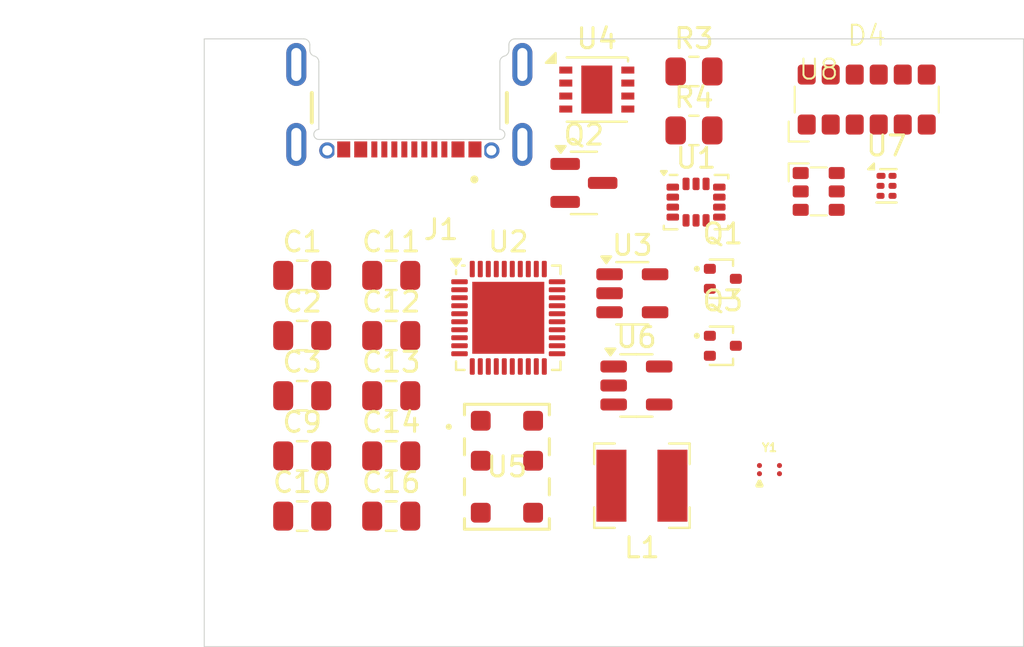
<source format=kicad_pcb>
(kicad_pcb (version 20241229) (generator "pcbnew") (generator_version "9.0")
  (layers (0 "F.Cu" signal) (2 "B.Cu" signal) (13 "F.Paste" user) (15 "B.Paste" user) (5 "F.SilkS" user "F.Silkscreen") (7 "B.SilkS" user "B.Silkscreen") (1 "F.Mask" user) (3 "B.Mask" user) (25 "Edge.Cuts" user))
  (net 0 "")
  (net 1 "GND")
  (net 2 "Net-(C1-Pad1)")
  (net 3 "Net-(D2-K)")
  (net 4 "Net-(D1-A)")
  (net 5 "/VGH")
  (net 6 "Net-(C9-Pad1)")
  (net 7 "Net-(C10-Pad2)")
  (net 8 "/VGL")
  (net 9 "Net-(C12-Pad2)")
  (net 10 "Net-(C13-Pad2)")
  (net 12 "Net-(C16-Pad1)")
  (net 14 "Net-(J1-VBUS-PadA4)")
  (net 20 "Net-(J1-GND-PadA1)")
  (net 27 "/GDR")
  (net 28 "/RESE")
  (net 42 "Net-(U1-GND-Pad6)")
  (net 55 "Net-(U2-VDD-Pad18)")
  (net 59 "Net-(U2-VSS-Pad37)")
  (net 102 "Net-(U6-GND-Pad2)")
  (net 129 "Net-(Y1-GND-Pad1)")
  (footprint "Package_SON:Texas_USON-6_1x1.45mm_P0.5mm_SMD" (layer "F.Cu") (at 71.95 36.9)
    (property "Reference" "U7" (at 0 -2 0) (layer "F.SilkS"))
    (property "Value" "TXU0101")
    (fp_line (start -0.5 0.835) (end 0.5 0.835) (stroke (width 0.12)) (layer "F.SilkS"))
    (fp_line (start -0.31 -0.835) (end 0.5 -0.835) (stroke (width 0.12)) (layer "F.SilkS"))
    (fp_poly (pts (xy -0.63 -0.83) (xy -0.91 -0.83) (xy -0.63 -1.11) (xy -0.63 -0.83)) (stroke (width 0.12)) (fill yes) (layer "F.SilkS"))
    (pad "1" smd roundrect (at -0.275 -0.5) (size 0.45 0.3) (layers "F.Cu" "F.Mask" "F.Paste") (roundrect_rratio 0.3333333333))
    (pad "2" smd roundrect (at -0.3 0) (size 0.4 0.3) (layers "F.Cu" "F.Mask" "F.Paste") (roundrect_rratio 0.3333333333))
    (pad "3" smd roundrect (at -0.3 0.5) (size 0.4 0.3) (layers "F.Cu" "F.Mask" "F.Paste") (roundrect_rratio 0.3333333333))
    (pad "4" smd roundrect (at 0.3 0.5) (size 0.4 0.3) (layers "F.Cu" "F.Mask" "F.Paste") (roundrect_rratio 0.3333333333))
    (pad "5" smd roundrect (at 0.3 0) (size 0.4 0.3) (layers "F.Cu" "F.Mask" "F.Paste") (roundrect_rratio 0.3333333333))
    (pad "6" smd roundrect (at 0.3 -0.5) (size 0.4 0.3) (layers "F.Cu" "F.Mask" "F.Paste") (roundrect_rratio 0.3333333333))
  )
  (footprint "Capacitor_SMD:C_0805_2012Metric" (layer "F.Cu") (at 42.745 53.42)
    (property "Reference" "C10" (at 0 -1.68 0) (layer "F.SilkS"))
    (property "Value" "1u")
    (fp_line (start -0.261252 -0.735) (end 0.261252 -0.735) (stroke (width 0.12)) (layer "F.SilkS"))
    (fp_line (start -0.261252 0.735) (end 0.261252 0.735) (stroke (width 0.12)) (layer "F.SilkS"))
    (pad "1" smd roundrect (at -0.95 0) (size 1 1.45) (layers "F.Cu" "F.Mask" "F.Paste") (net 1 "GND"))
    (pad "2" smd roundrect (at 0.95 0) (size 1 1.45) (layers "F.Cu" "F.Mask" "F.Paste") (net 7 "Net-(C10-Pad2)"))
  )
  (footprint "Capacitor_SMD:C_0805_2012Metric" (layer "F.Cu") (at 42.745 47.4)
    (property "Reference" "C3" (at 0 -1.68 0) (layer "F.SilkS"))
    (property "Value" "1u")
    (fp_line (start -0.261252 -0.735) (end 0.261252 -0.735) (stroke (width 0.12)) (layer "F.SilkS"))
    (fp_line (start -0.261252 0.735) (end 0.261252 0.735) (stroke (width 0.12)) (layer "F.SilkS"))
    (pad "1" smd roundrect (at -0.95 0) (size 1 1.45) (layers "F.Cu" "F.Mask" "F.Paste") (net 5 "/VGH"))
    (pad "2" smd roundrect (at 0.95 0) (size 1 1.45) (layers "F.Cu" "F.Mask" "F.Paste") (net 1 "GND"))
  )
  (footprint "Capacitor_SMD:C_0805_2012Metric" (layer "F.Cu") (at 47.195 50.41)
    (property "Reference" "C14" (at 0 -1.68 0) (layer "F.SilkS"))
    (property "Value" "1u")
    (fp_line (start -0.261252 -0.735) (end 0.261252 -0.735) (stroke (width 0.12)) (layer "F.SilkS"))
    (fp_line (start -0.261252 0.735) (end 0.261252 0.735) (stroke (width 0.12)) (layer "F.SilkS"))
    (pad "1" smd roundrect (at -0.95 0) (size 1 1.45) (layers "F.Cu" "F.Mask" "F.Paste") (net 1 "GND"))
    (pad "2" smd roundrect (at 0.95 0) (size 1 1.45) (layers "F.Cu" "F.Mask" "F.Paste"))
  )
  (footprint "Capacitor_SMD:C_0805_2012Metric" (layer "F.Cu") (at 47.195 53.42)
    (property "Reference" "C16" (at 0 -1.68 0) (layer "F.SilkS"))
    (property "Value" "1u")
    (fp_line (start -0.261252 -0.735) (end 0.261252 -0.735) (stroke (width 0.12)) (layer "F.SilkS"))
    (fp_line (start -0.261252 0.735) (end 0.261252 0.735) (stroke (width 0.12)) (layer "F.SilkS"))
    (pad "1" smd roundrect (at -0.95 0) (size 1 1.45) (layers "F.Cu" "F.Mask" "F.Paste") (net 12 "Net-(C16-Pad1)"))
    (pad "2" smd roundrect (at 0.95 0) (size 1 1.45) (layers "F.Cu" "F.Mask" "F.Paste") (net 1 "GND"))
  )
  (footprint "Package_LGA:LGA-14_3x2.5mm_P0.5mm_LayoutBorder3x4y" (layer "F.Cu") (at 62.43 37.715)
    (property "Reference" "U1" (at 0 -2.2 0) (layer "F.SilkS"))
    (property "Value" "LSM6DSM")
    (fp_line (start -1.61 1.36) (end -1.61 1.185) (stroke (width 0.12)) (layer "F.SilkS"))
    (fp_line (start -0.935 -1.36) (end -1.31 -1.36) (stroke (width 0.12)) (layer "F.SilkS"))
    (fp_line (start -0.935 1.36) (end -1.61 1.36) (stroke (width 0.12)) (layer "F.SilkS"))
    (fp_line (start 0.935 -1.36) (end 1.61 -1.36) (stroke (width 0.12)) (layer "F.SilkS"))
    (fp_line (start 0.935 1.36) (end 1.61 1.36) (stroke (width 0.12)) (layer "F.SilkS"))
    (fp_line (start 1.61 -1.36) (end 1.61 -1.185) (stroke (width 0.12)) (layer "F.SilkS"))
    (fp_line (start 1.61 1.36) (end 1.61 1.185) (stroke (width 0.12)) (layer "F.SilkS"))
    (fp_poly (pts (xy -1.61 -1.36) (xy -1.75 -1.55) (xy -1.47 -1.55)) (stroke (width 0.12)) (fill yes) (layer "F.SilkS"))
    (pad "1" smd roundrect (at -1.1625 -0.75) (size 0.625 0.35) (layers "F.Cu" "F.Mask" "F.Paste"))
    (pad "2" smd roundrect (at -1.1625 -0.25) (size 0.625 0.35) (layers "F.Cu" "F.Mask" "F.Paste"))
    (pad "3" smd roundrect (at -1.1625 0.25) (size 0.625 0.35) (layers "F.Cu" "F.Mask" "F.Paste"))
    (pad "4" smd roundrect (at -1.1625 0.75) (size 0.625 0.35) (layers "F.Cu" "F.Mask" "F.Paste"))
    (pad "5" smd roundrect (at -0.5 0.9125) (size 0.35 0.625) (layers "F.Cu" "F.Mask" "F.Paste"))
    (pad "6" smd roundrect (at 0 0.9125) (size 0.35 0.625) (layers "F.Cu" "F.Mask" "F.Paste") (net 42 "Net-(U1-GND-Pad6)"))
    (pad "7" smd roundrect (at 0.5 0.9125) (size 0.35 0.625) (layers "F.Cu" "F.Mask" "F.Paste") (net 42 "Net-(U1-GND-Pad6)"))
    (pad "8" smd roundrect (at 1.1625 0.75) (size 0.625 0.35) (layers "F.Cu" "F.Mask" "F.Paste"))
    (pad "9" smd roundrect (at 1.1625 0.25) (size 0.625 0.35) (layers "F.Cu" "F.Mask" "F.Paste"))
    (pad "10" smd roundrect (at 1.1625 -0.25) (size 0.625 0.35) (layers "F.Cu" "F.Mask" "F.Paste"))
    (pad "11" smd roundrect (at 1.1625 -0.75) (size 0.625 0.35) (layers "F.Cu" "F.Mask" "F.Paste"))
    (pad "12" smd roundrect (at 0.5 -0.9125) (size 0.35 0.625) (layers "F.Cu" "F.Mask" "F.Paste"))
    (pad "13" smd roundrect (at 0 -0.9125) (size 0.35 0.625) (layers "F.Cu" "F.Mask" "F.Paste"))
    (pad "14" smd roundrect (at -0.5 -0.9125) (size 0.35 0.625) (layers "F.Cu" "F.Mask" "F.Paste"))
  )
  (footprint "Package_TO_SOT_SMD:SOT-23" (layer "F.Cu") (at 56.825 36.755)
    (property "Reference" "Q2" (at 0 -2.4 0) (layer "F.SilkS"))
    (property "Value" "SI2302CDS")
    (fp_line (start 0 -1.56) (end -0.65 -1.56) (stroke (width 0.12)) (layer "F.SilkS"))
    (fp_line (start 0 -1.56) (end 0.65 -1.56) (stroke (width 0.12)) (layer "F.SilkS"))
    (fp_line (start 0 1.56) (end -0.65 1.56) (stroke (width 0.12)) (layer "F.SilkS"))
    (fp_line (start 0 1.56) (end 0.65 1.56) (stroke (width 0.12)) (layer "F.SilkS"))
    (fp_poly (pts (xy -1.1625 -1.51) (xy -1.4025 -1.84) (xy -0.9225 -1.84)) (stroke (width 0.12)) (fill yes) (layer "F.SilkS"))
    (pad "1" smd roundrect (at -0.9375 -0.95) (size 1.475 0.6) (layers "F.Cu" "F.Mask" "F.Paste") (net 27 "/GDR"))
    (pad "2" smd roundrect (at -0.9375 0.95) (size 1.475 0.6) (layers "F.Cu" "F.Mask" "F.Paste") (net 28 "/RESE"))
    (pad "3" smd roundrect (at 0.9375 0) (size 1.475 0.6) (layers "F.Cu" "F.Mask" "F.Paste") (net 4 "Net-(D1-A)"))
  )
  (footprint "Capacitor_SMD:C_0805_2012Metric" (layer "F.Cu") (at 47.195 41.38)
    (property "Reference" "C11" (at 0 -1.68 0) (layer "F.SilkS"))
    (property "Value" "1u")
    (fp_line (start -0.261252 -0.735) (end 0.261252 -0.735) (stroke (width 0.12)) (layer "F.SilkS"))
    (fp_line (start -0.261252 0.735) (end 0.261252 0.735) (stroke (width 0.12)) (layer "F.SilkS"))
    (pad "1" smd roundrect (at -0.95 0) (size 1 1.45) (layers "F.Cu" "F.Mask" "F.Paste") (net 8 "/VGL"))
    (pad "2" smd roundrect (at 0.95 0) (size 1 1.45) (layers "F.Cu" "F.Mask" "F.Paste") (net 1 "GND"))
  )
  (footprint "Capacitor_SMD:C_0805_2012Metric" (layer "F.Cu") (at 42.745 50.41)
    (property "Reference" "C9" (at 0 -1.68 0) (layer "F.SilkS"))
    (property "Value" "1u")
    (fp_line (start -0.261252 -0.735) (end 0.261252 -0.735) (stroke (width 0.12)) (layer "F.SilkS"))
    (fp_line (start -0.261252 0.735) (end 0.261252 0.735) (stroke (width 0.12)) (layer "F.SilkS"))
    (pad "1" smd roundrect (at -0.95 0) (size 1 1.45) (layers "F.Cu" "F.Mask" "F.Paste") (net 6 "Net-(C9-Pad1)"))
    (pad "2" smd roundrect (at 0.95 0) (size 1 1.45) (layers "F.Cu" "F.Mask" "F.Paste") (net 1 "GND"))
  )
  (footprint "Library:NJL5821R" (layer "F.Cu") (at 68.56 37.18)
    (property "Reference" "U8" (at 0 -6.1 0) (layer "F.SilkS") (effects (font (thickness 0.1))))
    (property "Value" "NJL5821R")
    (fp_line (start -1.5 -1.4) (end -1.5 -0.5) (stroke (width 0.1)) (layer "F.SilkS"))
    (fp_line (start -0.5 -1.4) (end -1.5 -1.4) (stroke (width 0.1)) (layer "F.SilkS"))
    (fp_line (start -0.4 -1.2) (end 0.4 -1.2) (stroke (width 0.1)) (layer "F.SilkS"))
    (fp_line (start -0.4 1.2) (end 0.4 1.2) (stroke (width 0.1)) (layer "F.SilkS"))
    (pad "1" smd roundrect (at -0.9 -0.92) (size 0.8 0.6) (layers "F.Cu" "F.Mask" "F.Paste") (roundrect_rratio 0.2))
    (pad "2" smd roundrect (at -0.9 0) (size 0.8 0.6) (layers "F.Cu" "F.Mask" "F.Paste") (roundrect_rratio 0.2))
    (pad "3" smd roundrect (at -0.9 0.92) (size 0.8 0.6) (layers "F.Cu" "F.Mask" "F.Paste") (roundrect_rratio 0.2))
    (pad "4" smd roundrect (at 0.9 0.92) (size 0.8 0.6) (layers "F.Cu" "F.Mask" "F.Paste") (roundrect_rratio 0.2))
    (pad "5" smd roundrect (at 0.9 0) (size 0.8 0.6) (layers "F.Cu" "F.Mask" "F.Paste") (roundrect_rratio 0.2))
    (pad "6" smd roundrect (at 0.9 -0.92) (size 0.8 0.6) (layers "F.Cu" "F.Mask" "F.Paste") (roundrect_rratio 0.2))
  )
  (footprint "Package_TO_SOT_SMD:SOT-23-5" (layer "F.Cu") (at 59.45 46.8875)
    (property "Reference" "U6" (at 0 -2.4 0) (layer "F.SilkS"))
    (property "Value" "TPS78227DDC")
    (fp_line (start 0 -1.56) (end -0.8 -1.56) (stroke (width 0.12)) (layer "F.SilkS"))
    (fp_line (start 0 -1.56) (end 0.8 -1.56) (stroke (width 0.12)) (layer "F.SilkS"))
    (fp_line (start 0 1.56) (end -0.8 1.56) (stroke (width 0.12)) (layer "F.SilkS"))
    (fp_line (start 0 1.56) (end 0.8 1.56) (stroke (width 0.12)) (layer "F.SilkS"))
    (fp_poly (pts (xy -1.3 -1.51) (xy -1.54 -1.84) (xy -1.06 -1.84)) (stroke (width 0.12)) (fill yes) (layer "F.SilkS"))
    (pad "1" smd roundrect (at -1.1375 -0.95) (size 1.325 0.6) (layers "F.Cu" "F.Mask" "F.Paste"))
    (pad "2" smd roundrect (at -1.1375 0) (size 1.325 0.6) (layers "F.Cu" "F.Mask" "F.Paste") (net 102 "Net-(U6-GND-Pad2)"))
    (pad "3" smd roundrect (at -1.1375 0.95) (size 1.325 0.6) (layers "F.Cu" "F.Mask" "F.Paste"))
    (pad "4" smd roundrect (at 1.1375 0.95) (size 1.325 0.6) (layers "F.Cu" "F.Mask" "F.Paste") (net 102 "Net-(U6-GND-Pad2)"))
    (pad "5" smd roundrect (at 1.1375 -0.95) (size 1.325 0.6) (layers "F.Cu" "F.Mask" "F.Paste"))
  )
  (footprint "Package_DFN_QFN:QFN-40-1EP_5x5mm_P0.4mm_EP3.6x3.6mm" (layer "F.Cu") (at 53.045 43.5)
    (property "Reference" "U2" (at 0 -3.8 0) (layer "F.SilkS"))
    (property "Value" "nRF52833_QDxx")
    (fp_line (start -2.61 -2.185) (end -2.61 -2.37) (stroke (width 0.12)) (layer "F.SilkS"))
    (fp_line (start -2.61 2.61) (end -2.61 2.185) (stroke (width 0.12)) (layer "F.SilkS"))
    (fp_line (start -2.185 -2.61) (end -2.31 -2.61) (stroke (width 0.12)) (layer "F.SilkS"))
    (fp_line (start -2.185 2.61) (end -2.61 2.61) (stroke (width 0.12)) (layer "F.SilkS"))
    (fp_line (start 2.185 -2.61) (end 2.61 -2.61) (stroke (width 0.12)) (layer "F.SilkS"))
    (fp_line (start 2.185 2.61) (end 2.61 2.61) (stroke (width 0.12)) (layer "F.SilkS"))
    (fp_line (start 2.61 -2.61) (end 2.61 -2.185) (stroke (width 0.12)) (layer "F.SilkS"))
    (fp_line (start 2.61 2.61) (end 2.61 2.185) (stroke (width 0.12)) (layer "F.SilkS"))
    (fp_poly (pts (xy -2.61 -2.61) (xy -2.85 -2.94) (xy -2.37 -2.94)) (stroke (width 0.12)) (fill yes) (layer "F.SilkS"))
    (pad "1" smd roundrect (at -2.4375 -1.8) (size 0.825 0.25) (layers "F.Cu" "F.Mask" "F.Paste"))
    (pad "2" smd roundrect (at -2.4375 -1.4) (size 0.825 0.25) (layers "F.Cu" "F.Mask" "F.Paste"))
    (pad "3" smd roundrect (at -2.4375 -1) (size 0.825 0.25) (layers "F.Cu" "F.Mask" "F.Paste"))
    (pad "4" smd roundrect (at -2.4375 -0.6) (size 0.825 0.25) (layers "F.Cu" "F.Mask" "F.Paste"))
    (pad "5" smd roundrect (at -2.4375 -0.2) (size 0.825 0.25) (layers "F.Cu" "F.Mask" "F.Paste"))
    (pad "6" smd roundrect (at -2.4375 0.2) (size 0.825 0.25) (layers "F.Cu" "F.Mask" "F.Paste"))
    (pad "7" smd roundrect (at -2.4375 0.6) (size 0.825 0.25) (layers "F.Cu" "F.Mask" "F.Paste"))
    (pad "8" smd roundrect (at -2.4375 1) (size 0.825 0.25) (layers "F.Cu" "F.Mask" "F.Paste") (net 55 "Net-(U2-VDD-Pad18)"))
    (pad "9" smd roundrect (at -2.4375 1.4) (size 0.825 0.25) (layers "F.Cu" "F.Mask" "F.Paste"))
    (pad "10" smd roundrect (at -2.4375 1.8) (size 0.825 0.25) (layers "F.Cu" "F.Mask" "F.Paste"))
    (pad "11" smd roundrect (at -1.8 2.4375) (size 0.25 0.825) (layers "F.Cu" "F.Mask" "F.Paste"))
    (pad "12" smd roundrect (at -1.4 2.4375) (size 0.25 0.825) (layers "F.Cu" "F.Mask" "F.Paste"))
    (pad "13" smd roundrect (at -1 2.4375) (size 0.25 0.825) (layers "F.Cu" "F.Mask" "F.Paste"))
    (pad "14" smd roundrect (at -0.6 2.4375) (size 0.25 0.825) (layers "F.Cu" "F.Mask" "F.Paste"))
    (pad "15" smd roundrect (at -0.2 2.4375) (size 0.25 0.825) (layers "F.Cu" "F.Mask" "F.Paste"))
    (pad "16" smd roundrect (at 0.2 2.4375) (size 0.25 0.825) (layers "F.Cu" "F.Mask" "F.Paste"))
    (pad "17" smd roundrect (at 0.6 2.4375) (size 0.25 0.825) (layers "F.Cu" "F.Mask" "F.Paste"))
    (pad "18" smd roundrect (at 1 2.4375) (size 0.25 0.825) (layers "F.Cu" "F.Mask" "F.Paste") (net 55 "Net-(U2-VDD-Pad18)"))
    (pad "19" smd roundrect (at 1.4 2.4375) (size 0.25 0.825) (layers "F.Cu" "F.Mask" "F.Paste"))
    (pad "20" smd roundrect (at 1.8 2.4375) (size 0.25 0.825) (layers "F.Cu" "F.Mask" "F.Paste"))
    (pad "21" smd roundrect (at 2.4375 1.8) (size 0.825 0.25) (layers "F.Cu" "F.Mask" "F.Paste"))
    (pad "22" smd roundrect (at 2.4375 1.4) (size 0.825 0.25) (layers "F.Cu" "F.Mask" "F.Paste"))
    (pad "23" smd roundrect (at 2.4375 1) (size 0.825 0.25) (layers "F.Cu" "F.Mask" "F.Paste"))
    (pad "24" smd roundrect (at 2.4375 0.6) (size 0.825 0.25) (layers "F.Cu" "F.Mask" "F.Paste"))
    (pad "25" smd roundrect (at 2.4375 0.2) (size 0.825 0.25) (layers "F.Cu" "F.Mask" "F.Paste"))
    (pad "26" smd roundrect (at 2.4375 -0.2) (size 0.825 0.25) (layers "F.Cu" "F.Mask" "F.Paste"))
    (pad "27" smd roundrect (at 2.4375 -0.6) (size 0.825 0.25) (layers "F.Cu" "F.Mask" "F.Paste"))
    (pad "28" smd roundrect (at 2.4375 -1) (size 0.825 0.25) (layers "F.Cu" "F.Mask" "F.Paste"))
    (pad "29" smd roundrect (at 2.4375 -1.4) (size 0.825 0.25) (layers "F.Cu" "F.Mask" "F.Paste"))
    (pad "30" smd roundrect (at 2.4375 -1.8) (size 0.825 0.25) (layers "F.Cu" "F.Mask" "F.Paste") (net 55 "Net-(U2-VDD-Pad18)"))
    (pad "31" smd roundrect (at 1.8 -2.4375) (size 0.25 0.825) (layers "F.Cu" "F.Mask" "F.Paste"))
    (pad "32" smd roundrect (at 1.4 -2.4375) (size 0.25 0.825) (layers "F.Cu" "F.Mask" "F.Paste"))
    (pad "33" smd roundrect (at 1 -2.4375) (size 0.25 0.825) (layers "F.Cu" "F.Mask" "F.Paste"))
    (pad "34" smd roundrect (at 0.6 -2.4375) (size 0.25 0.825) (layers "F.Cu" "F.Mask" "F.Paste"))
    (pad "35" smd roundrect (at 0.2 -2.4375) (size 0.25 0.825) (layers "F.Cu" "F.Mask" "F.Paste"))
    (pad "36" smd roundrect (at -0.2 -2.4375) (size 0.25 0.825) (layers "F.Cu" "F.Mask" "F.Paste"))
    (pad "37" smd roundrect (at -0.6 -2.4375) (size 0.25 0.825) (layers "F.Cu" "F.Mask" "F.Paste") (net 59 "Net-(U2-VSS-Pad37)"))
    (pad "38" smd roundrect (at -1 -2.4375) (size 0.25 0.825) (layers "F.Cu" "F.Mask" "F.Paste"))
    (pad "39" smd roundrect (at -1.4 -2.4375) (size 0.25 0.825) (layers "F.Cu" "F.Mask" "F.Paste"))
    (pad "40" smd roundrect (at -1.8 -2.4375) (size 0.25 0.825) (layers "F.Cu" "F.Mask" "F.Paste") (net 55 "Net-(U2-VDD-Pad18)"))
    (pad "41" smd rect (at 0 0) (size 3.6 3.6) (property pad_prop_heatsink) (layers "F.Cu" "F.Mask") (net 59 "Net-(U2-VSS-Pad37)"))
  )
  (footprint "Inductor_SMD:L_Bourns-SRN4018" (layer "F.Cu") (at 59.725 51.9)
    (property "Reference" "L1" (at 0 3.1 0) (layer "F.SilkS"))
    (property "Value" "47uH")
    (fp_line (start -2.385 -2.11) (end -2.385 -1.085) (stroke (width 0.12)) (layer "F.SilkS"))
    (fp_line (start -2.385 -2.11) (end -1.36 -2.11) (stroke (width 0.12)) (layer "F.SilkS"))
    (fp_line (start -2.385 2.11) (end -2.385 1.085) (stroke (width 0.12)) (layer "F.SilkS"))
    (fp_line (start -2.385 2.11) (end -1.36 2.11) (stroke (width 0.12)) (layer "F.SilkS"))
    (fp_line (start 2.385 -2.11) (end 1.36 -2.11) (stroke (width 0.12)) (layer "F.SilkS"))
    (fp_line (start 2.385 -2.11) (end 2.385 -1.085) (stroke (width 0.12)) (layer "F.SilkS"))
    (fp_line (start 2.385 2.11) (end 1.36 2.11) (stroke (width 0.12)) (layer "F.SilkS"))
    (fp_line (start 2.385 2.11) (end 2.385 1.085) (stroke (width 0.12)) (layer "F.SilkS"))
    (pad "1" smd rect (at -1.525 0) (size 1.5 3.6) (layers "F.Cu" "F.Mask" "F.Paste") (net 2 "Net-(C1-Pad1)"))
    (pad "2" smd rect (at 1.525 0) (size 1.5 3.6) (layers "F.Cu" "F.Mask" "F.Paste") (net 4 "Net-(D1-A)"))
  )
  (footprint "Library:GCT_USB4720-03-A_REVA" (layer "F.Cu") (at 48.1 29.55 180)
    (property "Reference" "J1" (at -1.5875 -9.535 0) (layer "F.SilkS"))
    (property "Value" "USB_C_Receptacle_USB2.0_16P")
    (fp_line (start 4.875 -2.705) (end 4.875 -4.18) (stroke (width 0.2)) (layer "F.SilkS"))
    (fp_line (start -4.875 -2.705) (end -4.875 -4.18) (stroke (width 0.2)) (layer "F.SilkS"))
    (fp_circle (center -3.25 -7.03) (end -3.15 -7.03) (stroke (width 0.2)) (fill no) (layer "F.SilkS"))
    (fp_line (start 4.975 -0.3) (end 4.975 -0.569) (stroke (width 0.05)) (layer "Edge.Cuts"))
    (fp_line (start 4.525 -1.15) (end 4.525 -4.53) (stroke (width 0.05)) (layer "Edge.Cuts"))
    (fp_line (start 4.525 -5.03) (end -4.525 -5.03) (stroke (width 0.05)) (layer "Edge.Cuts"))
    (fp_line (start -4.525 -4.53) (end -4.525 -1.15) (stroke (width 0.05)) (layer "Edge.Cuts"))
    (fp_line (start -4.975 -0.569) (end -4.975 -0.3) (stroke (width 0.05)) (layer "Edge.Cuts"))
    (fp_arc (start 5.275 0) (mid 5.062868 -0.087868) (end 4.975 -0.3) (stroke (width 0.05)) (layer "Edge.Cuts"))
    (fp_arc (start 4.75 -0.86) (mid 4.912261 -0.752975) (end 4.974999 -0.569) (stroke (width 0.05)) (layer "Edge.Cuts"))
    (fp_arc (start 4.75 -0.86) (mid 4.58791 -0.966525) (end 4.525 -1.15) (stroke (width 0.05)) (layer "Edge.Cuts"))
    (fp_arc (start 4.525 -5.03) (mid 4.775 -4.78) (end 4.525 -4.53) (stroke (width 0.05)) (layer "Edge.Cuts"))
    (fp_arc (start -4.525 -1.15) (mid -4.587911 -0.966526) (end -4.75 -0.86) (stroke (width 0.05)) (layer "Edge.Cuts"))
    (fp_arc (start -4.525 -4.53) (mid -4.775 -4.78) (end -4.525 -5.03) (stroke (width 0.05)) (layer "Edge.Cuts"))
    (fp_arc (start -4.975 -0.3) (mid -5.062868 -0.087868) (end -5.275 0) (stroke (width 0.05)) (layer "Edge.Cuts"))
    (fp_arc (start -4.975 -0.569) (mid -4.912261 -0.752976) (end -4.749999 -0.86) (stroke (width 0.05)) (layer "Edge.Cuts"))
    (pad "A1" smd rect (at -3.28 -5.53 180) (size 0.65 0.8) (layers "F.Cu" "F.Paste") (net 20 "Net-(J1-GND-PadA1)"))
    (pad "A1" smd rect (at 3.28 -5.53 180) (size 0.65 0.8) (layers "F.Cu" "F.Paste") (net 20 "Net-(J1-GND-PadA1)"))
    (pad "A4" smd rect (at -2.43 -5.53 180) (size 0.65 0.8) (layers "F.Cu" "F.Paste") (net 14 "Net-(J1-VBUS-PadA4)"))
    (pad "A4" smd rect (at 2.43 -5.53 180) (size 0.65 0.8) (layers "F.Cu" "F.Paste") (net 14 "Net-(J1-VBUS-PadA4)"))
    (pad "A5" smd rect (at -1.25 -5.53 180) (size 0.3 0.8) (layers "F.Cu" "F.Paste"))
    (pad "A6" smd rect (at -0.25 -5.53 180) (size 0.3 0.8) (layers "F.Cu" "F.Paste"))
    (pad "A7" smd rect (at 0.25 -5.53 180) (size 0.3 0.8) (layers "F.Cu" "F.Paste"))
    (pad "A8" smd rect (at 1.25 -5.53 180) (size 0.3 0.8) (layers "F.Cu" "F.Paste"))
    (pad "B5" smd rect (at 1.75 -5.53 180) (size 0.3 0.8) (layers "F.Cu" "F.Paste"))
    (pad "B6" smd rect (at 0.75 -5.53 180) (size 0.3 0.8) (layers "F.Cu" "F.Paste"))
    (pad "B7" smd rect (at -0.75 -5.53 180) (size 0.3 0.8) (layers "F.Cu" "F.Paste"))
    (pad "B8" smd rect (at -1.75 -5.53 180) (size 0.3 0.8) (layers "F.Cu" "F.Paste"))
    (pad "S1" thru_hole oval (at -5.65 -5.28 180) (size 1 2.15) (drill oval 0.5 1.65) (layers "*.Cu" "*.Mask"))
    (pad "S1" thru_hole oval (at -5.65 -1.28 180) (size 1 2.15) (drill oval 0.5 1.65) (layers "*.Cu" "*.Mask"))
    (pad "S1" thru_hole custom (at -4.1 -5.58 180) (size 0.69 0.69) (drill 0.5) (layers "*.Cu") (options (clearance outline) (anchor circle)) (primitives (gr_poly (pts (xy 0.345 0.20242) (xy 0.345 -0.202) (xy 0.306 -0.257) (xy 0.257 -0.306) (xy 0.2 -0.346) (xy 0.137 -0.376) (xy 0.069 -0.394) (xy 0 -0.4) (xy -0.069 -0.394) (xy -0.137 -0.376) (xy -0.2 -0.346) (xy -0.257 -0.306) (xy -0.306 -0.257) (xy -0.346 -0.2) (xy -0.376 -0.137) (xy -0.394 -0.069) (xy -0.4 0) (xy -0.394 0.069) (xy -0.376 0.137) (xy -0.346 0.2) (xy -0.306 0.257) (xy -0.257 0.306) (xy -0.2 0.346) (xy -0.137 0.376) (xy -0.069 0.394) (xy 0 0.4) (xy 0.069 0.394) (xy 0.137 0.376) (xy 0.2 0.346) (xy 0.257 0.306) (xy 0.306 0.257) (xy 0.345 0.202) (xy 0.345 0.20242)) (width 0.01) (fill yes))))
    (pad "S1" thru_hole custom (at 4.1 -5.58 180) (size 0.69 0.69) (drill 0.5) (layers "*.Cu") (options (clearance outline) (anchor circle)) (primitives (gr_poly (pts (xy -0.345 0.20242) (xy -0.345 -0.202) (xy -0.306 -0.257) (xy -0.257 -0.306) (xy -0.2 -0.346) (xy -0.137 -0.376) (xy -0.069 -0.394) (xy 0 -0.4) (xy 0.069 -0.394) (xy 0.137 -0.376) (xy 0.2 -0.346) (xy 0.257 -0.306) (xy 0.306 -0.257) (xy 0.346 -0.2) (xy 0.376 -0.137) (xy 0.394 -0.069) (xy 0.4 0) (xy 0.394 0.069) (xy 0.376 0.137) (xy 0.346 0.2) (xy 0.306 0.257) (xy 0.257 0.306) (xy 0.2 0.346) (xy 0.137 0.376) (xy 0.069 0.394) (xy 0 0.4) (xy -0.069 0.394) (xy -0.137 0.376) (xy -0.2 0.346) (xy -0.257 0.306) (xy -0.306 0.257) (xy -0.345 0.202) (xy -0.345 0.20242)) (width 0.01) (fill yes))))
    (pad "S1" thru_hole oval (at 5.65 -5.28 180) (size 1 2.15) (drill oval 0.5 1.65) (layers "*.Cu" "*.Mask"))
    (pad "S1" thru_hole oval (at 5.65 -1.28 180) (size 1 2.15) (drill oval 0.5 1.65) (layers "*.Cu" "*.Mask"))
  )
  (footprint "Package_TO_SOT_SMD:SOT-416" (layer "F.Cu") (at 63.77 41.55)
    (property "Reference" "Q1" (at 0 -2.25 0) (layer "F.SilkS"))
    (property "Value" "RE1C002UN")
    (fp_line (start 0.51 -0.96) (end -0.65 -0.96) (stroke (width 0.12)) (layer "F.SilkS"))
    (fp_line (start 0.51 -0.96) (end 0.51 -0.65) (stroke (width 0.12)) (layer "F.SilkS"))
    (fp_line (start 0.51 0.96) (end -0.65 0.96) (stroke (width 0.12)) (layer "F.SilkS"))
    (fp_line (start 0.51 0.96) (end 0.51 0.65) (stroke (width 0.12)) (layer "F.SilkS"))
    (fp_circle (center -1.3 -0.5) (end -1.15 -0.5) (fill yes) (layer "F.SilkS"))
    (pad "1" smd roundrect (at -0.65 -0.5) (size 0.6 0.5) (layers "F.Cu" "F.Mask" "F.Paste"))
    (pad "2" smd roundrect (at -0.65 0.5) (size 0.6 0.5) (layers "F.Cu" "F.Mask" "F.Paste"))
    (pad "3" smd roundrect (at 0.65 0) (size 0.6 0.5) (layers "F.Cu" "F.Mask" "F.Paste"))
  )
  (footprint "Capacitor_SMD:C_0805_2012Metric" (layer "F.Cu") (at 47.195 44.39)
    (property "Reference" "C12" (at 0 -1.68 0) (layer "F.SilkS"))
    (property "Value" "1u")
    (fp_line (start -0.261252 -0.735) (end 0.261252 -0.735) (stroke (width 0.12)) (layer "F.SilkS"))
    (fp_line (start -0.261252 0.735) (end 0.261252 0.735) (stroke (width 0.12)) (layer "F.SilkS"))
    (pad "1" smd roundrect (at -0.95 0) (size 1 1.45) (layers "F.Cu" "F.Mask" "F.Paste") (net 1 "GND"))
    (pad "2" smd roundrect (at 0.95 0) (size 1 1.45) (layers "F.Cu" "F.Mask" "F.Paste") (net 9 "Net-(C12-Pad2)"))
  )
  (footprint "Package_TO_SOT_SMD:SOT-416" (layer "F.Cu") (at 63.77 44.9)
    (property "Reference" "Q3" (at 0 -2.25 0) (layer "F.SilkS"))
    (property "Value" "RE1C002ZP")
    (fp_line (start 0.51 -0.96) (end -0.65 -0.96) (stroke (width 0.12)) (layer "F.SilkS"))
    (fp_line (start 0.51 -0.96) (end 0.51 -0.65) (stroke (width 0.12)) (layer "F.SilkS"))
    (fp_line (start 0.51 0.96) (end -0.65 0.96) (stroke (width 0.12)) (layer "F.SilkS"))
    (fp_line (start 0.51 0.96) (end 0.51 0.65) (stroke (width 0.12)) (layer "F.SilkS"))
    (fp_circle (center -1.3 -0.5) (end -1.15 -0.5) (fill yes) (layer "F.SilkS"))
    (pad "1" smd roundrect (at -0.65 -0.5) (size 0.6 0.5) (layers "F.Cu" "F.Mask" "F.Paste"))
    (pad "2" smd roundrect (at -0.65 0.5) (size 0.6 0.5) (layers "F.Cu" "F.Mask" "F.Paste"))
    (pad "3" smd roundrect (at 0.65 0) (size 0.6 0.5) (layers "F.Cu" "F.Mask" "F.Paste"))
  )
  (footprint "Resistor_SMD:R_0805_2012Metric" (layer "F.Cu") (at 62.325 31.18)
    (property "Reference" "R3" (at 0 -1.65 0) (layer "F.SilkS"))
    (property "Value" "2.2")
    (fp_line (start -0.227064 -0.735) (end 0.227064 -0.735) (stroke (width 0.12)) (layer "F.SilkS"))
    (fp_line (start -0.227064 0.735) (end 0.227064 0.735) (stroke (width 0.12)) (layer "F.SilkS"))
    (pad "1" smd roundrect (at -0.9125 0) (size 1.025 1.4) (layers "F.Cu" "F.Mask" "F.Paste") (roundrect_rratio 0.243902) (net 28 "/RESE"))
    (pad "2" smd roundrect (at 0.9125 0) (size 1.025 1.4) (layers "F.Cu" "F.Mask" "F.Paste") (roundrect_rratio 0.243902) (net 1 "GND"))
  )
  (footprint "Resistor_SMD:R_0805_2012Metric" (layer "F.Cu") (at 62.325 34.13)
    (property "Reference" "R4" (at 0 -1.65 0) (layer "F.SilkS"))
    (property "Value" "1M")
    (fp_line (start -0.227064 -0.735) (end 0.227064 -0.735) (stroke (width 0.12)) (layer "F.SilkS"))
    (fp_line (start -0.227064 0.735) (end 0.227064 0.735) (stroke (width 0.12)) (layer "F.SilkS"))
    (pad "1" smd roundrect (at -0.9125 0) (size 1.025 1.4) (layers "F.Cu" "F.Mask" "F.Paste") (roundrect_rratio 0.243902) (net 27 "/GDR"))
    (pad "2" smd roundrect (at 0.9125 0) (size 1.025 1.4) (layers "F.Cu" "F.Mask" "F.Paste") (roundrect_rratio 0.243902) (net 1 "GND"))
  )
  (footprint "Capacitor_SMD:C_0805_2012Metric" (layer "F.Cu") (at 47.195 47.4)
    (property "Reference" "C13" (at 0 -1.68 0) (layer "F.SilkS"))
    (property "Value" "1u")
    (fp_line (start -0.261252 -0.735) (end 0.261252 -0.735) (stroke (width 0.12)) (layer "F.SilkS"))
    (fp_line (start -0.261252 0.735) (end 0.261252 0.735) (stroke (width 0.12)) (layer "F.SilkS"))
    (pad "1" smd roundrect (at -0.95 0) (size 1 1.45) (layers "F.Cu" "F.Mask" "F.Paste") (net 1 "GND"))
    (pad "2" smd roundrect (at 0.95 0) (size 1 1.45) (layers "F.Cu" "F.Mask" "F.Paste") (net 10 "Net-(C13-Pad2)"))
  )
  (footprint "Library:SiT1552" (layer "F.Cu") (at 66.1 51.095)
    (property "Reference" "Y1" (at 0 -1.1 0) (layer "F.SilkS") (effects (font (size 0.4 0.4) (thickness 0.1))))
    (property "Value" "SiT1552")
    (fp_line (start -0.6 0.8) (end -0.4 0.8) (stroke (width 0.2)) (layer "F.SilkS"))
    (fp_line (start -0.5 0.6) (end -0.6 0.8) (stroke (width 0.2)) (layer "F.SilkS"))
    (fp_line (start -0.4 0.8) (end -0.5 0.6) (stroke (width 0.2)) (layer "F.SilkS"))
    (pad "1" smd circle (at -0.5 0.205) (size 0.25 0.25) (layers "F.Cu" "F.Mask" "F.Paste") (net 129 "Net-(Y1-GND-Pad1)"))
    (pad "2" smd circle (at 0.5 0.205) (size 0.25 0.25) (layers "F.Cu" "F.Mask" "F.Paste"))
    (pad "3" smd circle (at 0.5 -0.205) (size 0.25 0.25) (layers "F.Cu" "F.Mask" "F.Paste"))
    (pad "4" smd circle (at -0.5 -0.205) (size 0.25 0.25) (layers "F.Cu" "F.Mask" "F.Paste") (net 129 "Net-(Y1-GND-Pad1)"))
  )
  (footprint "Capacitor_SMD:C_0805_2012Metric" (layer "F.Cu") (at 42.745 44.39)
    (property "Reference" "C2" (at 0 -1.68 0) (layer "F.SilkS"))
    (property "Value" "4.7u")
    (fp_line (start -0.261252 -0.735) (end 0.261252 -0.735) (stroke (width 0.12)) (layer "F.SilkS"))
    (fp_line (start -0.261252 0.735) (end 0.261252 0.735) (stroke (width 0.12)) (layer "F.SilkS"))
    (pad "1" smd roundrect (at -0.95 0) (size 1 1.45) (layers "F.Cu" "F.Mask" "F.Paste") (net 4 "Net-(D1-A)"))
    (pad "2" smd roundrect (at 0.95 0) (size 1 1.45) (layers "F.Cu" "F.Mask" "F.Paste") (net 3 "Net-(D2-K)"))
  )
  (footprint "Capacitor_SMD:C_0805_2012Metric" (layer "F.Cu") (at 42.745 41.38)
    (property "Reference" "C1" (at 0 -1.68 0) (layer "F.SilkS"))
    (property "Value" "4.7u")
    (fp_line (start -0.261252 -0.735) (end 0.261252 -0.735) (stroke (width 0.12)) (layer "F.SilkS"))
    (fp_line (start -0.261252 0.735) (end 0.261252 0.735) (stroke (width 0.12)) (layer "F.SilkS"))
    (pad "1" smd roundrect (at -0.95 0) (size 1 1.45) (layers "F.Cu" "F.Mask" "F.Paste") (net 2 "Net-(C1-Pad1)"))
    (pad "2" smd roundrect (at 0.95 0) (size 1 1.45) (layers "F.Cu" "F.Mask" "F.Paste") (net 1 "GND"))
  )
  (footprint "Package_TO_SOT_SMD:SOT-23-5" (layer "F.Cu") (at 59.245 42.275)
    (property "Reference" "U3" (at 0 -2.4 0) (layer "F.SilkS"))
    (property "Value" "MCP73832-2-OT")
    (fp_line (start 0 -1.56) (end -0.8 -1.56) (stroke (width 0.12)) (layer "F.SilkS"))
    (fp_line (start 0 -1.56) (end 0.8 -1.56) (stroke (width 0.12)) (layer "F.SilkS"))
    (fp_line (start 0 1.56) (end -0.8 1.56) (stroke (width 0.12)) (layer "F.SilkS"))
    (fp_line (start 0 1.56) (end 0.8 1.56) (stroke (width 0.12)) (layer "F.SilkS"))
    (fp_poly (pts (xy -1.3 -1.51) (xy -1.54 -1.84) (xy -1.06 -1.84)) (stroke (width 0.12)) (fill yes) (layer "F.SilkS"))
    (pad "1" smd roundrect (at -1.1375 -0.95) (size 1.325 0.6) (layers "F.Cu" "F.Mask" "F.Paste"))
    (pad "2" smd roundrect (at -1.1375 0) (size 1.325 0.6) (layers "F.Cu" "F.Mask" "F.Paste"))
    (pad "3" smd roundrect (at -1.1375 0.95) (size 1.325 0.6) (layers "F.Cu" "F.Mask" "F.Paste"))
    (pad "4" smd roundrect (at 1.1375 0.95) (size 1.325 0.6) (layers "F.Cu" "F.Mask" "F.Paste"))
    (pad "5" smd roundrect (at 1.1375 -0.95) (size 1.325 0.6) (layers "F.Cu" "F.Mask" "F.Paste"))
  )
  (footprint "Library:SR4W035_4X6_ANT" (layer "F.Cu") (at 52.9774 50.9524)
    (property "Reference" "U5" (at 0 0 0) (layer "F.SilkS"))
    (property "Value" "SR4W035")
    (fp_line (start -2.1209 -3.1242) (end -2.1209 -2.594848) (stroke (width 0.1524)) (layer "F.SilkS"))
    (fp_line (start -2.1209 -1.405154) (end -2.1209 -0.594847) (stroke (width 0.1524)) (layer "F.SilkS"))
    (fp_line (start -2.1209 0.594847) (end -2.1209 1.405154) (stroke (width 0.1524)) (layer "F.SilkS"))
    (fp_line (start -2.1209 2.594848) (end -2.1209 3.1242) (stroke (width 0.1524)) (layer "F.SilkS"))
    (fp_line (start -2.1209 3.1242) (end 2.1209 3.1242) (stroke (width 0.1524)) (layer "F.SilkS"))
    (fp_line (start 2.1209 -3.1242) (end -2.1209 -3.1242) (stroke (width 0.1524)) (layer "F.SilkS"))
    (fp_line (start 2.1209 -2.594848) (end 2.1209 -3.1242) (stroke (width 0.1524)) (layer "F.SilkS"))
    (fp_line (start 2.1209 -0.594847) (end 2.1209 -1.405154) (stroke (width 0.1524)) (layer "F.SilkS"))
    (fp_line (start 2.1209 1.405154) (end 2.1209 0.594847) (stroke (width 0.1524)) (layer "F.SilkS"))
    (fp_line (start 2.1209 3.1242) (end 2.1209 2.594848) (stroke (width 0.1524)) (layer "F.SilkS"))
    (fp_circle (center -2.905 -2) (end -2.8288 -2) (stroke (width 0.1524)) (fill no) (layer "F.SilkS"))
    (pad "1" smd roundrect (at -1.3081 -2.301905) (size 0.9906 0.9906) (layers "F.Cu" "F.Mask" "F.Paste") (roundrect_rratio 0.2))
    (pad "2" smd roundrect (at -1.3081 -0.301904) (size 0.9906 0.9906) (layers "F.Cu" "F.Mask" "F.Paste") (roundrect_rratio 0.2))
    (pad "3" smd roundrect (at -1.3081 2.298095) (size 0.9906 0.9906) (layers "F.Cu" "F.Mask" "F.Paste") (roundrect_rratio 0.2))
    (pad "4" smd roundrect (at 1.3081 2.298095) (size 0.9906 0.9906) (layers "F.Cu" "F.Mask" "F.Paste") (roundrect_rratio 0.2))
    (pad "5" smd roundrect (at 1.3081 -0.301904) (size 0.9906 0.9906) (layers "F.Cu" "F.Mask" "F.Paste") (roundrect_rratio 0.2))
    (pad "6" smd roundrect (at 1.3081 -2.301905) (size 0.9906 0.9906) (layers "F.Cu" "F.Mask" "F.Paste") (roundrect_rratio 0.2))
  )
  (footprint "Package_DFN_QFN:DFN-8-1EP_3x3mm_P0.65mm_EP1.55x2.4mm" (layer "F.Cu") (at 57.47 32.085)
    (property "Reference" "U4" (at 0 -2.55 0) (layer "F.SilkS"))
    (property "Value" "OPA2381")
    (fp_line (start -1.5 -1.61) (end 1.5 -1.61) (stroke (width 0.12)) (layer "F.SilkS"))
    (fp_line (start -1.5 1.61) (end 1.5 1.61) (stroke (width 0.12)) (layer "F.SilkS"))
    (fp_line (start 1.56 -1.56) (end 1.56 -1.41) (stroke (width 0.12)) (layer "F.SilkS"))
    (fp_poly (pts (xy -2.06 -1.34) (xy -2.54 -1.34) (xy -2.06 -1.82) (xy -2.06 -1.34)) (stroke (width 0.12)) (fill yes) (layer "F.SilkS"))
    (pad "1" smd rect (at -1.55 -0.975) (size 0.65 0.35) (layers "F.Cu" "F.Mask" "F.Paste"))
    (pad "2" smd rect (at -1.55 -0.325) (size 0.65 0.35) (layers "F.Cu" "F.Mask" "F.Paste"))
    (pad "3" smd rect (at -1.55 0.325) (size 0.65 0.35) (layers "F.Cu" "F.Mask" "F.Paste"))
    (pad "4" smd rect (at -1.55 0.975) (size 0.65 0.35) (layers "F.Cu" "F.Mask" "F.Paste"))
    (pad "5" smd rect (at 1.55 0.975) (size 0.65 0.35) (layers "F.Cu" "F.Mask" "F.Paste"))
    (pad "6" smd rect (at 1.55 0.325) (size 0.65 0.35) (layers "F.Cu" "F.Mask" "F.Paste"))
    (pad "7" smd rect (at 1.55 -0.325) (size 0.65 0.35) (layers "F.Cu" "F.Mask" "F.Paste"))
    (pad "8" smd rect (at 1.55 -0.975) (size 0.65 0.35) (layers "F.Cu" "F.Mask" "F.Paste"))
    (pad "9" smd rect (at 0 0) (size 1.55 2.4) (layers "F.Cu" "F.Mask"))
  )
  (footprint "Library:SFH7072" (layer "F.Cu") (at 70.96 32.585)
    (property "Reference" "D4" (at 0 -3.2 0) (layer "F.SilkS") (effects (font (thickness 0.1))))
    (property "Value" "SFH7072")
    (fp_line (start -3.9 1.1) (end -3.9 2.1) (stroke (width 0.1)) (layer "F.SilkS"))
    (fp_line (start -3.9 2.1) (end -2.9 2.1) (stroke (width 0.1)) (layer "F.SilkS"))
    (fp_line (start -3.6 -0.65) (end -3.6 0.65) (stroke (width 0.1)) (layer "F.SilkS"))
    (fp_line (start 3.6 -0.65) (end 3.6 0.65) (stroke (width 0.1)) (layer "F.SilkS"))
    (pad "1" smd roundrect (at -3 1.25) (size 0.9 1) (layers "F.Cu" "F.Mask" "F.Paste") (roundrect_rratio 0.2))
    (pad "2" smd roundrect (at -1.8 1.25) (size 0.9 1) (layers "F.Cu" "F.Mask" "F.Paste") (roundrect_rratio 0.2))
    (pad "3" smd roundrect (at -0.6 1.25) (size 0.9 1) (layers "F.Cu" "F.Mask" "F.Paste") (roundrect_rratio 0.2))
    (pad "4" smd roundrect (at 0.6 1.25) (size 0.9 1) (layers "F.Cu" "F.Mask" "F.Paste") (roundrect_rratio 0.2))
    (pad "5" smd roundrect (at 1.8 1.25) (size 0.9 1) (layers "F.Cu" "F.Mask" "F.Paste") (roundrect_rratio 0.2))
    (pad "6" smd roundrect (at 3 1.25) (size 0.9 1) (layers "F.Cu" "F.Mask" "F.Paste") (roundrect_rratio 0.2))
    (pad "7" smd roundrect (at 3 -1.25) (size 0.9 1) (layers "F.Cu" "F.Mask" "F.Paste") (roundrect_rratio 0.2))
    (pad "8" smd roundrect (at 1.8 -1.25) (size 0.9 1) (layers "F.Cu" "F.Mask" "F.Paste") (roundrect_rratio 0.2))
    (pad "9" smd roundrect (at 0.6 -1.25) (size 0.9 1) (layers "F.Cu" "F.Mask" "F.Paste") (roundrect_rratio 0.2))
    (pad "10" smd roundrect (at -0.6 -1.25) (size 0.9 1) (layers "F.Cu" "F.Mask" "F.Paste") (roundrect_rratio 0.2))
    (pad "11" smd roundrect (at -1.8 -1.25) (size 0.9 1) (layers "F.Cu" "F.Mask" "F.Paste") (roundrect_rratio 0.2))
    (pad "12" smd roundrect (at -3 -1.25) (size 0.9 1) (layers "F.Cu" "F.Mask" "F.Paste") (roundrect_rratio 0.2))
  )
  (gr_line (start 78.8 29.55) (end 78.8 59.95) (stroke (width 0.05)) (layer "Edge.Cuts"))
  (gr_line (start 42.825 29.55) (end 37.85 29.55) (stroke (width 0.05)) (layer "Edge.Cuts"))
  (gr_line (start 37.85 59.95) (end 78.8 59.95) (stroke (width 0.05)) (layer "Edge.Cuts"))
  (gr_line (start 37.85 29.55) (end 37.85 59.95) (stroke (width 0.05)) (layer "Edge.Cuts"))
  (gr_line (start 53.375 29.55) (end 78.8 29.55) (stroke (width 0.05)) (layer "Edge.Cuts"))
)
</source>
